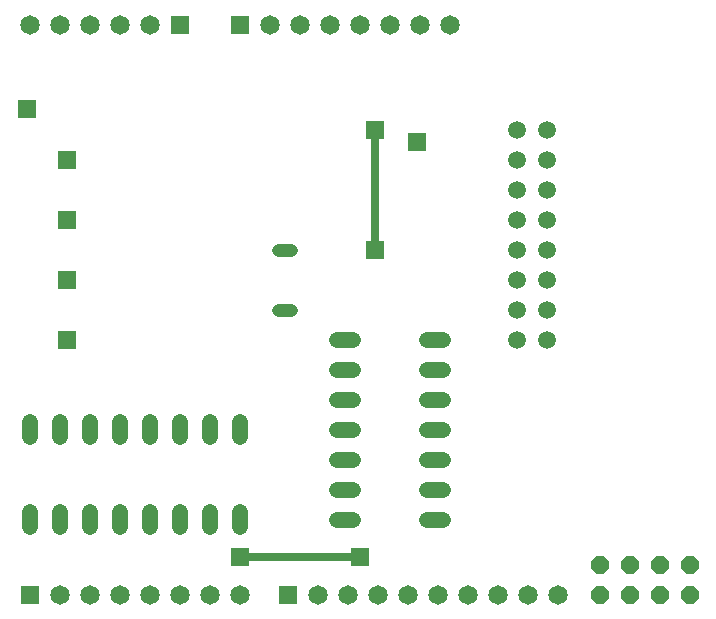
<source format=gbr>
G04 EAGLE Gerber RS-274X export*
G75*
%MOMM*%
%FSLAX34Y34*%
%LPD*%
%INTop Copper*%
%IPPOS*%
%AMOC8*
5,1,8,0,0,1.08239X$1,22.5*%
G01*
%ADD10C,1.320800*%
%ADD11P,1.649562X8X22.500000*%
%ADD12C,1.117600*%
%ADD13C,1.508000*%
%ADD14C,1.650000*%
%ADD15R,1.650000X1.650000*%
%ADD16C,0.660400*%
%ADD17R,1.638300X1.638300*%


D10*
X298196Y254000D02*
X311404Y254000D01*
X311404Y228600D02*
X298196Y228600D01*
X298196Y152400D02*
X311404Y152400D01*
X311404Y127000D02*
X298196Y127000D01*
X298196Y203200D02*
X311404Y203200D01*
X311404Y177800D02*
X298196Y177800D01*
X298196Y101600D02*
X311404Y101600D01*
X374396Y101600D02*
X387604Y101600D01*
X387604Y127000D02*
X374396Y127000D01*
X374396Y152400D02*
X387604Y152400D01*
X387604Y177800D02*
X374396Y177800D01*
X374396Y203200D02*
X387604Y203200D01*
X387604Y228600D02*
X374396Y228600D01*
X374396Y254000D02*
X387604Y254000D01*
X215900Y184404D02*
X215900Y171196D01*
X190500Y171196D02*
X190500Y184404D01*
X114300Y184404D02*
X114300Y171196D01*
X88900Y171196D02*
X88900Y184404D01*
X165100Y184404D02*
X165100Y171196D01*
X139700Y171196D02*
X139700Y184404D01*
X63500Y184404D02*
X63500Y171196D01*
X38100Y171196D02*
X38100Y184404D01*
X38100Y108204D02*
X38100Y94996D01*
X63500Y94996D02*
X63500Y108204D01*
X88900Y108204D02*
X88900Y94996D01*
X114300Y94996D02*
X114300Y108204D01*
X139700Y108204D02*
X139700Y94996D01*
X165100Y94996D02*
X165100Y108204D01*
X190500Y108204D02*
X190500Y94996D01*
X215900Y94996D02*
X215900Y108204D01*
D11*
X520700Y38100D03*
X546100Y38100D03*
X571500Y38100D03*
X596900Y38100D03*
X520700Y63500D03*
X546100Y63500D03*
X571500Y63500D03*
X596900Y63500D03*
D12*
X259588Y330200D02*
X248412Y330200D01*
X248412Y279400D02*
X259588Y279400D01*
D13*
X450850Y431800D03*
X476250Y431800D03*
X450850Y406400D03*
X476250Y406400D03*
X450850Y381000D03*
X476250Y381000D03*
X450850Y355600D03*
X476250Y355600D03*
X450850Y330200D03*
X476250Y330200D03*
X450850Y304800D03*
X476250Y304800D03*
X450850Y279400D03*
X476250Y279400D03*
X450850Y254000D03*
X476250Y254000D03*
D14*
X393700Y520700D03*
X368300Y520700D03*
X342900Y520700D03*
X317500Y520700D03*
D15*
X215900Y520700D03*
D14*
X63500Y520700D03*
X114300Y520700D03*
D15*
X165100Y520700D03*
D14*
X434340Y38100D03*
X408940Y38100D03*
X383540Y38100D03*
X307340Y38100D03*
X281940Y38100D03*
X165100Y38100D03*
X63500Y38100D03*
X88900Y38100D03*
X114300Y38100D03*
X139700Y38100D03*
D15*
X38100Y38100D03*
D14*
X38100Y520700D03*
X190500Y38100D03*
X459740Y38100D03*
X485140Y38100D03*
X215900Y38100D03*
X358140Y38100D03*
X88900Y520700D03*
X139700Y520700D03*
D15*
X69850Y355600D03*
X69850Y304800D03*
X256540Y38100D03*
D16*
X330200Y330200D02*
X330200Y431800D01*
D15*
X69850Y406400D03*
X330200Y431800D03*
X330200Y330200D03*
D14*
X332740Y38100D03*
X241300Y520700D03*
X266700Y520700D03*
D17*
X365760Y421640D03*
D16*
X317500Y69850D02*
X215900Y69850D01*
D14*
X292100Y520700D03*
D15*
X69850Y254000D03*
X317500Y69850D03*
X215900Y69850D03*
D17*
X35560Y449580D03*
M02*

</source>
